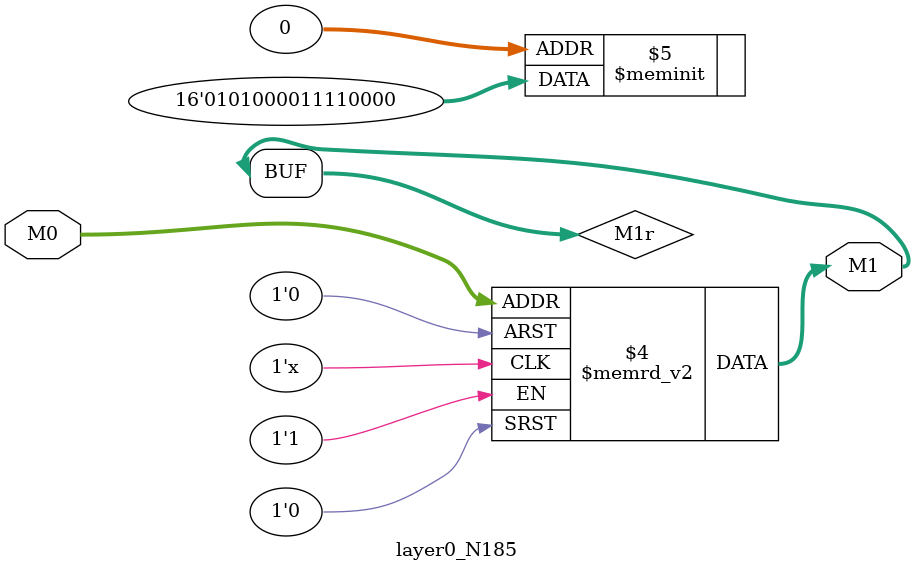
<source format=v>
module layer0_N185 ( input [2:0] M0, output [1:0] M1 );

	(*rom_style = "distributed" *) reg [1:0] M1r;
	assign M1 = M1r;
	always @ (M0) begin
		case (M0)
			3'b000: M1r = 2'b00;
			3'b100: M1r = 2'b00;
			3'b010: M1r = 2'b11;
			3'b110: M1r = 2'b01;
			3'b001: M1r = 2'b00;
			3'b101: M1r = 2'b00;
			3'b011: M1r = 2'b11;
			3'b111: M1r = 2'b01;

		endcase
	end
endmodule

</source>
